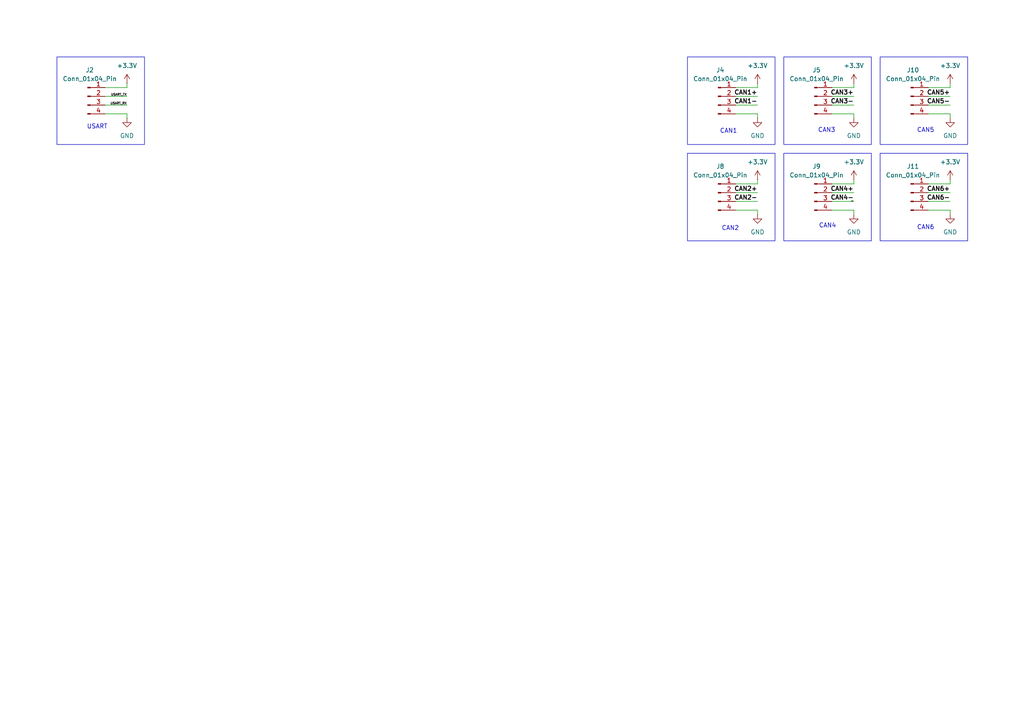
<source format=kicad_sch>
(kicad_sch (version 20250114) (generator "eeschema") (generator_version "9.0")
  (paper "A4")
  (lib_symbols
    (symbol "Connector:Conn_01x04_Pin" (pin_names (offset 1.016) (hide yes))
      (property "Reference" "J" (at 0 5.08 0))
      (property "Value" "Conn_01x04_Pin" (at 0 -7.62 0))
      (symbol "Conn_01x04_Pin_1_1"
        (rectangle (start 0.8636 2.667) (end 0 2.413) (stroke (width 0.1524)) (fill (type outline)))
        (rectangle (start 0.8636 0.127) (end 0 -0.127) (stroke (width 0.1524)) (fill (type outline)))
        (rectangle (start 0.8636 -2.413) (end 0 -2.667) (stroke (width 0.1524)) (fill (type outline)))
        (rectangle (start 0.8636 -4.953) (end 0 -5.207) (stroke (width 0.1524)) (fill (type outline)))
        (polyline (pts (xy 1.27 2.54) (xy 0.8636 2.54)) (stroke (width 0.1524)))
        (polyline (pts (xy 1.27 0) (xy 0.8636 0)) (stroke (width 0.1524)))
        (polyline (pts (xy 1.27 -2.54) (xy 0.8636 -2.54)) (stroke (width 0.1524)))
        (polyline (pts (xy 1.27 -5.08) (xy 0.8636 -5.08)) (stroke (width 0.1524)))
        (pin passive line (at 5.08 2.54 180) (length 3.81) (name "Pin_1") (number "1"))
        (pin passive line (at 5.08 0 180) (length 3.81) (name "Pin_2") (number "2"))
        (pin passive line (at 5.08 -2.54 180) (length 3.81) (name "Pin_3") (number "3"))
        (pin passive line (at 5.08 -5.08 180) (length 3.81) (name "Pin_4") (number "4"))
      )
    )
    (symbol "power:+3.3V" (power) (pin_numbers (hide yes)) (pin_names (offset 0) (hide yes))
      (property "Value" "+3.3V" (at 0 3.556 0))
      (symbol "+3.3V_0_1"
        (polyline (pts (xy -0.762 1.27) (xy 0 2.54)))
        (polyline (pts (xy 0 2.54) (xy 0.762 1.27)))
        (polyline (pts (xy 0 0) (xy 0 2.54)))
      )
      (symbol "+3.3V_1_1"
        (pin power_in line (at 0 0 90) (length 0) (name "~") (number "1"))
      )
    )
    (symbol "power:GND" (power) (pin_numbers (hide yes)) (pin_names (offset 0) (hide yes))
      (property "Value" "GND" (at 0 -3.81 0))
      (symbol "GND_0_1"
        (polyline (pts (xy 0 0) (xy 0 -1.27) (xy 1.27 -1.27) (xy 0 -2.54) (xy -1.27 -1.27) (xy 0 -1.27)))
      )
      (symbol "GND_1_1"
        (pin power_in line (at 0 0 270) (length 0) (name "~") (number "1"))
      )
    )
  )
  (rectangle (start 255.27 16.51) (end 280.67 41.91))
  (rectangle (start 255.27 44.45) (end 280.67 69.85))
  (rectangle (start 16.51 16.51) (end 41.91 41.91))
  (rectangle (start 227.33 16.51) (end 252.73 41.91))
  (rectangle (start 199.39 16.51) (end 224.79 41.91))
  (rectangle (start 199.39 44.45) (end 224.79 69.85))
  (rectangle (start 227.33 44.45) (end 252.73 69.85))
  (text "CAN1" (at 211.328 38.1 0) (effects (font (size 1.27 1.27))))
  (text "USART\n" (at 28.194 36.83 0) (effects (font (size 1.27 1.27))))
  (text "CAN6" (at 268.478 66.04 0) (effects (font (size 1.27 1.27))))
  (text "CAN3" (at 239.776 37.846 0) (effects (font (size 1.27 1.27))))
  (text "CAN2" (at 211.836 66.294 0) (effects (font (size 1.27 1.27))))
  (text "CAN5" (at 268.478 37.846 0) (effects (font (size 1.27 1.27))))
  (text "CAN4" (at 240.03 65.532 0) (effects (font (size 1.27 1.27))))
  (wire (pts (xy 269.24 55.88) (xy 275.59 55.88)))
  (wire (pts (xy 219.71 60.96) (xy 219.71 62.23)))
  (wire (pts (xy 213.36 60.96) (xy 219.71 60.96)))
  (wire (pts (xy 269.24 58.42) (xy 275.59 58.42)))
  (wire (pts (xy 241.3 58.42) (xy 247.65 58.42)))
  (wire (pts (xy 247.65 60.96) (xy 247.65 62.23)))
  (wire (pts (xy 213.36 33.02) (xy 219.71 33.02)))
  (wire (pts (xy 269.24 53.34) (xy 275.59 53.34)))
  (wire (pts (xy 269.24 33.02) (xy 275.59 33.02)))
  (wire (pts (xy 36.83 33.02) (xy 36.83 34.29)))
  (wire (pts (xy 219.71 33.02) (xy 219.71 34.29)))
  (wire (pts (xy 241.3 55.88) (xy 247.65 55.88)))
  (wire (pts (xy 247.65 33.02) (xy 247.65 34.29)))
  (wire (pts (xy 241.3 30.48) (xy 247.65 30.48)))
  (wire (pts (xy 213.36 25.4) (xy 219.71 25.4)))
  (wire (pts (xy 30.48 27.94) (xy 36.83 27.94)))
  (wire (pts (xy 247.65 24.13) (xy 247.65 25.4)))
  (wire (pts (xy 213.36 30.48) (xy 219.71 30.48)))
  (wire (pts (xy 269.24 25.4) (xy 275.59 25.4)))
  (wire (pts (xy 269.24 60.96) (xy 275.59 60.96)))
  (wire (pts (xy 241.3 60.96) (xy 247.65 60.96)))
  (wire (pts (xy 269.24 27.94) (xy 275.59 27.94)))
  (wire (pts (xy 241.3 53.34) (xy 247.65 53.34)))
  (wire (pts (xy 213.36 55.88) (xy 219.71 55.88)))
  (wire (pts (xy 30.48 25.4) (xy 36.83 25.4)))
  (wire (pts (xy 275.59 52.07) (xy 275.59 53.34)))
  (wire (pts (xy 241.3 27.94) (xy 247.65 27.94)))
  (wire (pts (xy 30.48 30.48) (xy 36.83 30.48)))
  (wire (pts (xy 213.36 27.94) (xy 219.71 27.94)))
  (wire (pts (xy 241.3 25.4) (xy 247.65 25.4)))
  (wire (pts (xy 219.71 52.07) (xy 219.71 53.34)))
  (wire (pts (xy 213.36 58.42) (xy 219.71 58.42)))
  (wire (pts (xy 275.59 24.13) (xy 275.59 25.4)))
  (wire (pts (xy 213.36 53.34) (xy 219.71 53.34)))
  (wire (pts (xy 219.71 24.13) (xy 219.71 25.4)))
  (wire (pts (xy 36.83 24.13) (xy 36.83 25.4)))
  (wire (pts (xy 275.59 60.96) (xy 275.59 62.23)))
  (wire (pts (xy 247.65 52.07) (xy 247.65 53.34)))
  (wire (pts (xy 269.24 30.48) (xy 275.59 30.48)))
  (wire (pts (xy 30.48 33.02) (xy 36.83 33.02)))
  (wire (pts (xy 241.3 33.02) (xy 247.65 33.02)))
  (wire (pts (xy 275.59 33.02) (xy 275.59 34.29)))
  (label "CAN1-" (at 219.71 30.48 180) (effects (font (thickness 0.254) (bold yes))))
  (label "CAN4-" (at 247.65 58.42 180) (effects (font (thickness 0.254) (bold yes))))
  (label "CAN1+" (at 219.71 27.94 180) (effects (font (thickness 0.254) (bold yes))))
  (label "CAN2-" (at 219.71 58.42 180) (effects (font (thickness 0.254) (bold yes))))
  (label "CAN4+" (at 247.65 55.88 180) (effects (font (thickness 0.254) (bold yes))))
  (label "CAN2+" (at 219.71 55.88 180) (effects (font (thickness 0.254) (bold yes))))
  (label "CAN3-" (at 247.65 30.48 180) (effects (font (thickness 0.254) (bold yes))))
  (label "CAN6+" (at 275.59 55.88 180) (effects (font (thickness 0.254) (bold yes))))
  (label "CAN5-" (at 275.59 30.48 180) (effects (font (thickness 0.254) (bold yes))))
  (label "USART_TX" (at 36.83 27.94 180) (effects (font (size 0.635 0.635))))
  (label "CAN3+" (at 247.65 27.94 180) (effects (font (thickness 0.254) (bold yes))))
  (label "CAN6-" (at 275.59 58.42 180) (effects (font (thickness 0.254) (bold yes))))
  (label "USART_RX" (at 36.83 30.48 180) (effects (font (size 0.635 0.635))))
  (label "CAN5+" (at 275.59 27.94 180) (effects (font (thickness 0.254) (bold yes))))
  (label "CAN4-" (at 247.65 58.42 180) (effects (font (size 0.127 0.127) (thickness 0.254) (bold yes))))
  (symbol (lib_id "power:+3.3V") (at 219.71 52.07 0) (unit 1)
    (property "Reference" "#PWR063" (effects (hide yes)))
    (property "Value" "+3.3V" (at 219.71 46.99 0))
    (property "Description" "Power symbol creates a global label with name \"+3.3V\"" (effects (hide yes)))
  )
  (symbol (lib_id "Connector:Conn_01x04_Pin") (at 264.16 27.94 0) (unit 1)
    (property "Reference" "J10" (at 264.795 20.32 0))
    (property "Value" "Conn_01x04_Pin" (at 264.795 22.86 0))
    (property "Description" "Generic connector, single row, 01x04, script generated" (effects (hide yes)))
  )
  (symbol (lib_id "power:GND") (at 36.83 34.29 0) (unit 1)
    (property "Reference" "#PWR052" (effects (hide yes)))
    (property "Value" "GND" (at 36.83 39.37 0))
    (property "Description" "Power symbol creates a global label with name \"GND\" , ground" (effects (hide yes)))
  )
  (symbol (lib_id "power:GND") (at 275.59 62.23 0) (unit 1)
    (property "Reference" "#PWR070" (effects (hide yes)))
    (property "Value" "GND" (at 275.59 67.31 0))
    (property "Description" "Power symbol creates a global label with name \"GND\" , ground" (effects (hide yes)))
  )
  (symbol (lib_id "Connector:Conn_01x04_Pin") (at 236.22 27.94 0) (unit 1)
    (property "Reference" "J5" (at 236.855 20.32 0))
    (property "Value" "Conn_01x04_Pin" (at 236.855 22.86 0))
    (property "Description" "Generic connector, single row, 01x04, script generated" (effects (hide yes)))
  )
  (symbol (lib_id "power:GND") (at 247.65 62.23 0) (unit 1)
    (property "Reference" "#PWR066" (effects (hide yes)))
    (property "Value" "GND" (at 247.65 67.31 0))
    (property "Description" "Power symbol creates a global label with name \"GND\" , ground" (effects (hide yes)))
  )
  (symbol (lib_id "Connector:Conn_01x04_Pin") (at 208.28 27.94 0) (unit 1)
    (property "Reference" "J4" (at 208.915 20.32 0))
    (property "Value" "Conn_01x04_Pin" (at 208.915 22.86 0))
    (property "Description" "Generic connector, single row, 01x04, script generated" (effects (hide yes)))
  )
  (symbol (lib_id "power:GND") (at 275.59 34.29 0) (unit 1)
    (property "Reference" "#PWR068" (effects (hide yes)))
    (property "Value" "GND" (at 275.59 39.37 0))
    (property "Description" "Power symbol creates a global label with name \"GND\" , ground" (effects (hide yes)))
  )
  (symbol (lib_id "Connector:Conn_01x04_Pin") (at 236.22 55.88 0) (unit 1)
    (property "Reference" "J9" (at 236.855 48.26 0))
    (property "Value" "Conn_01x04_Pin" (at 236.855 50.8 0))
    (property "Description" "Generic connector, single row, 01x04, script generated" (effects (hide yes)))
  )
  (symbol (lib_id "power:+3.3V") (at 219.71 24.13 0) (unit 1)
    (property "Reference" "#PWR055" (effects (hide yes)))
    (property "Value" "+3.3V" (at 219.71 19.05 0))
    (property "Description" "Power symbol creates a global label with name \"+3.3V\"" (effects (hide yes)))
  )
  (symbol (lib_id "power:+3.3V") (at 247.65 24.13 0) (unit 1)
    (property "Reference" "#PWR057" (effects (hide yes)))
    (property "Value" "+3.3V" (at 247.65 19.05 0))
    (property "Description" "Power symbol creates a global label with name \"+3.3V\"" (effects (hide yes)))
  )
  (symbol (lib_id "power:+3.3V") (at 36.83 24.13 0) (unit 1)
    (property "Reference" "#PWR051" (effects (hide yes)))
    (property "Value" "+3.3V" (at 36.83 19.05 0))
    (property "Description" "Power symbol creates a global label with name \"+3.3V\"" (effects (hide yes)))
  )
  (symbol (lib_id "power:+3.3V") (at 275.59 52.07 0) (unit 1)
    (property "Reference" "#PWR069" (effects (hide yes)))
    (property "Value" "+3.3V" (at 275.59 46.99 0))
    (property "Description" "Power symbol creates a global label with name \"+3.3V\"" (effects (hide yes)))
  )
  (symbol (lib_id "Connector:Conn_01x04_Pin") (at 25.4 27.94 0) (unit 1)
    (property "Reference" "J2" (at 26.035 20.32 0))
    (property "Value" "Conn_01x04_Pin" (at 26.035 22.86 0))
    (property "Description" "Generic connector, single row, 01x04, script generated" (effects (hide yes)))
  )
  (symbol (lib_id "Connector:Conn_01x04_Pin") (at 208.28 55.88 0) (unit 1)
    (property "Reference" "J8" (at 208.915 48.26 0))
    (property "Value" "Conn_01x04_Pin" (at 208.915 50.8 0))
    (property "Description" "Generic connector, single row, 01x04, script generated" (effects (hide yes)))
  )
  (symbol (lib_id "power:+3.3V") (at 247.65 52.07 0) (unit 1)
    (property "Reference" "#PWR065" (effects (hide yes)))
    (property "Value" "+3.3V" (at 247.65 46.99 0))
    (property "Description" "Power symbol creates a global label with name \"+3.3V\"" (effects (hide yes)))
  )
  (symbol (lib_id "power:GND") (at 247.65 34.29 0) (unit 1)
    (property "Reference" "#PWR058" (effects (hide yes)))
    (property "Value" "GND" (at 247.65 39.37 0))
    (property "Description" "Power symbol creates a global label with name \"GND\" , ground" (effects (hide yes)))
  )
  (symbol (lib_id "power:GND") (at 219.71 34.29 0) (unit 1)
    (property "Reference" "#PWR056" (effects (hide yes)))
    (property "Value" "GND" (at 219.71 39.37 0))
    (property "Description" "Power symbol creates a global label with name \"GND\" , ground" (effects (hide yes)))
  )
  (symbol (lib_id "power:+3.3V") (at 275.59 24.13 0) (unit 1)
    (property "Reference" "#PWR067" (effects (hide yes)))
    (property "Value" "+3.3V" (at 275.59 19.05 0))
    (property "Description" "Power symbol creates a global label with name \"+3.3V\"" (effects (hide yes)))
  )
  (symbol (lib_id "power:GND") (at 219.71 62.23 0) (unit 1)
    (property "Reference" "#PWR064" (effects (hide yes)))
    (property "Value" "GND" (at 219.71 67.31 0))
    (property "Description" "Power symbol creates a global label with name \"GND\" , ground" (effects (hide yes)))
  )
  (symbol (lib_id "Connector:Conn_01x04_Pin") (at 264.16 55.88 0) (unit 1)
    (property "Reference" "J11" (at 264.795 48.26 0))
    (property "Value" "Conn_01x04_Pin" (at 264.795 50.8 0))
    (property "Description" "Generic connector, single row, 01x04, script generated" (effects (hide yes)))
  )
)
</source>
